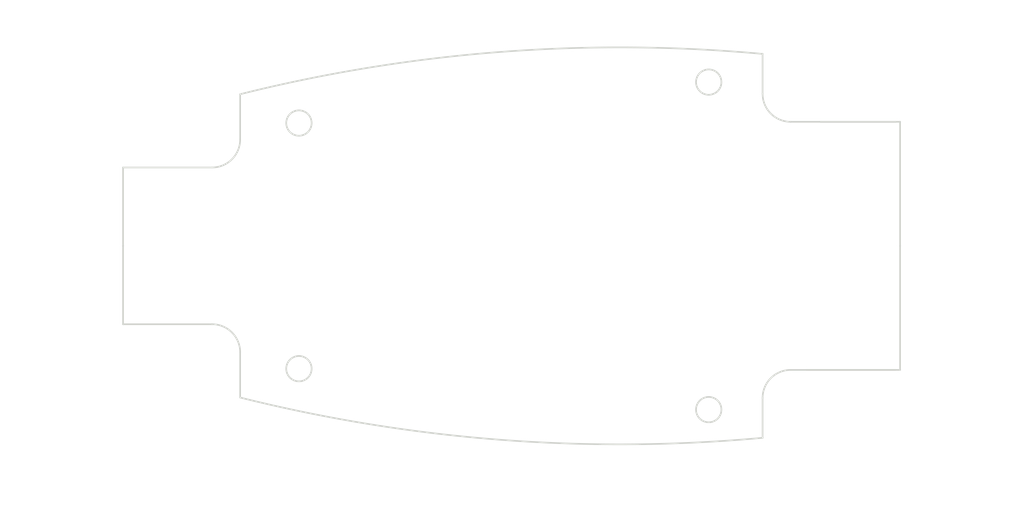
<source format=kicad_pcb>
(kicad_pcb (version 20171130) (host pcbnew "(5.1.0)-1")

  (general
    (thickness 1.6)
    (drawings 128)
    (tracks 0)
    (zones 0)
    (modules 0)
    (nets 1)
  )

  (page A4)
  (layers
    (0 F.Cu signal)
    (31 B.Cu signal)
    (32 B.Adhes user)
    (33 F.Adhes user)
    (34 B.Paste user)
    (35 F.Paste user)
    (36 B.SilkS user)
    (37 F.SilkS user)
    (38 B.Mask user)
    (39 F.Mask user)
    (40 Dwgs.User user)
    (41 Cmts.User user)
    (42 Eco1.User user)
    (43 Eco2.User user)
    (44 Edge.Cuts user)
    (45 Margin user)
    (46 B.CrtYd user)
    (47 F.CrtYd user)
    (48 B.Fab user)
    (49 F.Fab user)
  )

  (setup
    (last_trace_width 0.25)
    (trace_clearance 0.2)
    (zone_clearance 0.508)
    (zone_45_only no)
    (trace_min 0.2)
    (via_size 0.8)
    (via_drill 0.4)
    (via_min_size 0.4)
    (via_min_drill 0.3)
    (uvia_size 0.3)
    (uvia_drill 0.1)
    (uvias_allowed no)
    (uvia_min_size 0.2)
    (uvia_min_drill 0.1)
    (edge_width 0.05)
    (segment_width 0.2)
    (pcb_text_width 0.3)
    (pcb_text_size 1.5 1.5)
    (mod_edge_width 0.12)
    (mod_text_size 1 1)
    (mod_text_width 0.15)
    (pad_size 1.524 1.524)
    (pad_drill 0.762)
    (pad_to_mask_clearance 0.051)
    (solder_mask_min_width 0.25)
    (aux_axis_origin 0 0)
    (visible_elements FFFFEF7F)
    (pcbplotparams
      (layerselection 0x010fc_ffffffff)
      (usegerberextensions false)
      (usegerberattributes false)
      (usegerberadvancedattributes false)
      (creategerberjobfile false)
      (excludeedgelayer true)
      (linewidth 0.152400)
      (plotframeref false)
      (viasonmask false)
      (mode 1)
      (useauxorigin false)
      (hpglpennumber 1)
      (hpglpenspeed 20)
      (hpglpendiameter 15.000000)
      (psnegative false)
      (psa4output false)
      (plotreference true)
      (plotvalue true)
      (plotinvisibletext false)
      (padsonsilk false)
      (subtractmaskfromsilk false)
      (outputformat 1)
      (mirror false)
      (drillshape 1)
      (scaleselection 1)
      (outputdirectory ""))
  )

  (net 0 "")

  (net_class Default "This is the default net class."
    (clearance 0.2)
    (trace_width 0.25)
    (via_dia 0.8)
    (via_drill 0.4)
    (uvia_dia 0.3)
    (uvia_drill 0.1)
  )

  (gr_line (start 181.783767 76.385743) (end 181.783767 79.985743) (layer Dwgs.User) (width 0.2))
  (gr_line (start 183.583767 78.185743) (end 179.983767 78.185743) (layer Dwgs.User) (width 0.2))
  (gr_line (start 181.783567 116.385743) (end 181.783567 119.985743) (layer Dwgs.User) (width 0.2))
  (gr_line (start 183.583567 118.185743) (end 179.983567 118.185743) (layer Dwgs.User) (width 0.2))
  (gr_line (start 131.783592 111.385494) (end 131.783592 114.985494) (layer Dwgs.User) (width 0.2))
  (gr_line (start 133.583592 113.185494) (end 129.983592 113.185494) (layer Dwgs.User) (width 0.2))
  (gr_line (start 131.783742 81.385494) (end 131.783742 84.985494) (layer Dwgs.User) (width 0.2))
  (gr_line (start 133.583742 83.185494) (end 129.983742 83.185494) (layer Dwgs.User) (width 0.2))
  (gr_line (start 206.591718 98.185562) (end 108.522746 98.185318) (layer Dwgs.User) (width 0.2))
  (gr_text [.84] (at 121.053026 93.172489) (layer Dwgs.User)
    (effects (font (size 1 0.9) (thickness 0.125)))
  )
  (gr_text " 21.46" (at 121.053026 91.221056) (layer Dwgs.User)
    (effects (font (size 1 0.9) (thickness 0.125)))
  )
  (gr_line (start 130.783742 92.131629) (end 123.362985 92.131629) (layer Dwgs.User) (width 0.2))
  (gr_line (start 111.322372 92.131629) (end 118.743067 92.131629) (layer Dwgs.User) (width 0.2))
  (gr_line (start 131.783742 83.685494) (end 131.783742 93.719129) (layer Dwgs.User) (width 0.2))
  (gr_text [.92] (at 193.457951 110.736755) (layer Dwgs.User)
    (effects (font (size 1 0.9) (thickness 0.125)))
  )
  (gr_text " 23.35" (at 193.457951 108.784981) (layer Dwgs.User)
    (effects (font (size 1 0.9) (thickness 0.125)))
  )
  (gr_line (start 182.783567 109.695895) (end 191.143899 109.695895) (layer Dwgs.User) (width 0.2))
  (gr_line (start 204.132334 109.695895) (end 195.772002 109.695895) (layer Dwgs.User) (width 0.2))
  (gr_line (start 181.783567 117.685743) (end 181.783567 108.108395) (layer Dwgs.User) (width 0.2))
  (gr_text [1.85] (at 217.89849 99.226376) (layer Dwgs.User)
    (effects (font (size 1 0.9) (thickness 0.125)))
  )
  (gr_text " 46.89" (at 217.89849 97.274944) (layer Dwgs.User)
    (effects (font (size 1 0.9) (thickness 0.125)))
  )
  (gr_line (start 217.89849 120.630176) (end 217.89849 100.136949) (layer Dwgs.User) (width 0.2))
  (gr_line (start 217.89849 75.740857) (end 217.89849 96.234084) (layer Dwgs.User) (width 0.2))
  (gr_line (start 188.854667 121.630176) (end 219.48599 121.630176) (layer Dwgs.User) (width 0.2))
  (gr_line (start 188.854784 74.740857) (end 219.48599 74.740857) (layer Dwgs.User) (width 0.2))
  (gr_text [1.46] (at 97.677473 99.226218) (layer Dwgs.User)
    (effects (font (size 1 0.9) (thickness 0.125)))
  )
  (gr_text " 37.05" (at 97.677473 97.274444) (layer Dwgs.User)
    (effects (font (size 1 0.9) (thickness 0.125)))
  )
  (gr_line (start 97.677473 115.708054) (end 97.677473 100.137132) (layer Dwgs.User) (width 0.2))
  (gr_line (start 97.677473 80.662662) (end 97.677473 96.233585) (layer Dwgs.User) (width 0.2))
  (gr_line (start 124.112964 116.708054) (end 96.089973 116.708054) (layer Dwgs.User) (width 0.2))
  (gr_line (start 124.113057 79.662662) (end 96.089973 79.662662) (layer Dwgs.User) (width 0.2))
  (gr_text [1.97] (at 159.339607 126.202361) (layer Dwgs.User)
    (effects (font (size 1 0.9) (thickness 0.125)))
  )
  (gr_text " 50.00" (at 159.339607 124.250928) (layer Dwgs.User)
    (effects (font (size 1 0.9) (thickness 0.125)))
  )
  (gr_line (start 180.783567 125.161501) (end 161.648202 125.161501) (layer Dwgs.User) (width 0.2))
  (gr_line (start 132.783592 125.161501) (end 157.031013 125.161501) (layer Dwgs.User) (width 0.2))
  (gr_line (start 181.783567 118.685743) (end 181.783567 126.749001) (layer Dwgs.User) (width 0.2))
  (gr_line (start 131.783592 113.685494) (end 131.783592 126.749001) (layer Dwgs.User) (width 0.2))
  (gr_text [1.57] (at 177.632526 108.85544) (layer Dwgs.User)
    (effects (font (size 1 0.9) (thickness 0.125)))
  )
  (gr_text " 40.00" (at 177.632526 106.904007) (layer Dwgs.User)
    (effects (font (size 1 0.9) (thickness 0.125)))
  )
  (gr_line (start 177.632526 117.185743) (end 177.632526 109.766013) (layer Dwgs.User) (width 0.2))
  (gr_line (start 177.632526 79.185743) (end 177.632526 105.863148) (layer Dwgs.User) (width 0.2))
  (gr_line (start 181.283567 118.185743) (end 176.045026 118.185743) (layer Dwgs.User) (width 0.2))
  (gr_line (start 181.283767 78.185743) (end 176.045026 78.185743) (layer Dwgs.User) (width 0.2))
  (gr_text [1.18] (at 141.866196 105.509557) (layer Dwgs.User)
    (effects (font (size 1 0.9) (thickness 0.125)))
  )
  (gr_text " 30.00" (at 141.866196 103.557784) (layer Dwgs.User)
    (effects (font (size 1 0.9) (thickness 0.125)))
  )
  (gr_line (start 141.866196 112.185494) (end 141.866196 106.420471) (layer Dwgs.User) (width 0.2))
  (gr_line (start 141.866196 84.185494) (end 141.866196 102.516924) (layer Dwgs.User) (width 0.2))
  (gr_line (start 132.283592 113.185494) (end 143.453696 113.185494) (layer Dwgs.User) (width 0.2))
  (gr_line (start 132.283742 83.185494) (end 143.453696 83.185494) (layer Dwgs.User) (width 0.2))
  (gr_text [.33] (at 195.27143 118.5243) (layer Dwgs.User)
    (effects (font (size 1 0.9) (thickness 0.125)))
  )
  (gr_text " 8.29" (at 195.27143 116.572867) (layer Dwgs.User)
    (effects (font (size 1 0.9) (thickness 0.125)))
  )
  (gr_line (start 195.27143 114.336704) (end 195.27143 115.532008) (layer Dwgs.User) (width 0.2))
  (gr_line (start 195.27143 120.630176) (end 195.27143 119.434873) (layer Dwgs.User) (width 0.2))
  (gr_line (start 188.854667 121.630176) (end 196.85893 121.630176) (layer Dwgs.User) (width 0.2))
  (gr_text [2.51] (at 152.386026 128.872939) (layer Dwgs.User)
    (effects (font (size 1 0.9) (thickness 0.125)))
  )
  (gr_text " 63.74" (at 152.386026 126.921165) (layer Dwgs.User)
    (effects (font (size 1 0.9) (thickness 0.125)))
  )
  (gr_line (start 125.612964 127.832079) (end 150.077772 127.832079) (layer Dwgs.User) (width 0.2))
  (gr_line (start 187.354667 127.832079) (end 154.69428 127.832079) (layer Dwgs.User) (width 0.2))
  (gr_line (start 124.612964 117.208054) (end 124.612964 129.419579) (layer Dwgs.User) (width 0.2))
  (gr_line (start 188.354667 122.130176) (end 188.354667 129.419579) (layer Dwgs.User) (width 0.2))
  (gr_text [.66] (at 196.546759 128.896634) (layer Dwgs.User)
    (effects (font (size 1 0.9) (thickness 0.125)))
  )
  (gr_text " 16.78" (at 196.546759 126.945201) (layer Dwgs.User)
    (effects (font (size 1 0.9) (thickness 0.125)))
  )
  (gr_line (start 204.132334 127.855774) (end 198.858082 127.855774) (layer Dwgs.User) (width 0.2))
  (gr_line (start 189.354667 127.855774) (end 194.235435 127.855774) (layer Dwgs.User) (width 0.2))
  (gr_line (start 205.132334 113.836704) (end 205.132334 129.443274) (layer Dwgs.User) (width 0.2))
  (gr_line (start 188.354667 122.130176) (end 188.354667 129.443274) (layer Dwgs.User) (width 0.2))
  (gr_text [3.73] (at 158.734948 131.377563) (layer Dwgs.User)
    (effects (font (size 1 0.9) (thickness 0.125)))
  )
  (gr_text " 94.81" (at 158.734948 129.426131) (layer Dwgs.User)
    (effects (font (size 1 0.9) (thickness 0.125)))
  )
  (gr_line (start 111.322324 130.336704) (end 156.521169 130.336704) (layer Dwgs.User) (width 0.2))
  (gr_line (start 204.132334 130.336704) (end 160.948727 130.336704) (layer Dwgs.User) (width 0.2))
  (gr_line (start 110.322324 108.256258) (end 110.322324 131.924204) (layer Dwgs.User) (width 0.2))
  (gr_line (start 205.132334 113.836704) (end 205.132334 131.924204) (layer Dwgs.User) (width 0.2))
  (gr_text [R0.14] (at 115.57589 85.725768) (layer Dwgs.User)
    (effects (font (size 1 0.9) (thickness 0.125)))
  )
  (gr_text " TYP R3.43" (at 115.57589 83.773995) (layer Dwgs.User)
    (effects (font (size 1 0.9) (thickness 0.125)))
  )
  (gr_line (start 120.554676 84.684909) (end 123.0851 86.697384) (layer Dwgs.User) (width 0.2))
  (gr_line (start 119.554676 84.684909) (end 120.554676 84.684909) (layer Dwgs.User) (width 0.2))
  (gr_text [1.35] (at 188.037076 70.913909) (layer Dwgs.User)
    (effects (font (size 1 0.9) (thickness 0.125)))
  )
  (gr_text " 34.19" (at 188.037076 68.962136) (layer Dwgs.User)
    (effects (font (size 1 0.9) (thickness 0.125)))
  )
  (gr_line (start 171.941743 69.87305) (end 185.725753 69.87305) (layer Dwgs.User) (width 0.2))
  (gr_line (start 204.132409 69.87305) (end 190.348399 69.87305) (layer Dwgs.User) (width 0.2))
  (gr_line (start 170.941743 73.443351) (end 170.941743 68.28555) (layer Dwgs.User) (width 0.2))
  (gr_line (start 205.132409 82.534414) (end 205.132409 68.28555) (layer Dwgs.User) (width 0.2))
  (gr_text [1.19] (at 212.903593 99.997345) (layer Dwgs.User)
    (effects (font (size 1 0.9) (thickness 0.125)))
  )
  (gr_text " 30.30" (at 212.903593 98.045571) (layer Dwgs.User)
    (effects (font (size 1 0.9) (thickness 0.125)))
  )
  (gr_line (start 212.903593 112.336704) (end 212.903593 100.908259) (layer Dwgs.User) (width 0.2))
  (gr_line (start 212.903593 84.034381) (end 212.903593 97.004712) (layer Dwgs.User) (width 0.2))
  (gr_line (start 205.632334 113.336704) (end 214.491093 113.336704) (layer Dwgs.User) (width 0.2))
  (gr_line (start 205.632409 83.034381) (end 214.491093 83.034381) (layer Dwgs.User) (width 0.2))
  (gr_text [R7.50] (at 135.23306 71.691638) (layer Dwgs.User)
    (effects (font (size 1 0.9) (thickness 0.125)))
  )
  (gr_text " R190.50" (at 135.23306 69.740205) (layer Dwgs.User)
    (effects (font (size 1 0.9) (thickness 0.125)))
  )
  (gr_line (start 142.013548 70.650778) (end 142.66903 75.041915) (layer Dwgs.User) (width 0.2))
  (gr_line (start 138.434561 70.650778) (end 142.013548 70.650778) (layer Dwgs.User) (width 0.2))
  (gr_text [.36] (at 197.012644 78.859384) (layer Dwgs.User)
    (effects (font (size 1 0.9) (thickness 0.125)))
  )
  (gr_text " 9.09" (at 197.012644 76.907952) (layer Dwgs.User)
    (effects (font (size 1 0.9) (thickness 0.125)))
  )
  (gr_line (start 197.012644 82.034414) (end 197.012644 79.769957) (layer Dwgs.User) (width 0.2))
  (gr_line (start 197.012644 74.943351) (end 197.012644 75.867092) (layer Dwgs.User) (width 0.2))
  (gr_line (start 204.632409 83.034414) (end 195.425144 83.034414) (layer Dwgs.User) (width 0.2))
  (gr_line (start 171.441743 73.943351) (end 198.600144 73.943351) (layer Dwgs.User) (width 0.2))
  (gr_text [.75] (at 105.322324 100.594957) (layer Dwgs.User)
    (effects (font (size 1 0.9) (thickness 0.125)))
  )
  (gr_text " 19.14" (at 105.322324 98.645571) (layer Dwgs.User)
    (effects (font (size 1 0.9) (thickness 0.125)))
  )
  (gr_line (start 105.322324 106.756258) (end 105.322324 101.50553) (layer Dwgs.User) (width 0.2))
  (gr_line (start 105.322324 89.614387) (end 105.322324 97.606757) (layer Dwgs.User) (width 0.2))
  (gr_line (start 109.822324 107.756258) (end 103.734824 107.756258) (layer Dwgs.User) (width 0.2))
  (gr_line (start 109.822372 88.614387) (end 103.734824 88.614387) (layer Dwgs.User) (width 0.2))
  (gr_line (start 188.354784 74.740857) (end 188.35476 79.60533) (layer Edge.Cuts) (width 0.2))
  (gr_arc (start 170.941743 264.44335) (end 188.354784 74.740857) (angle -19.3197591) (layer Edge.Cuts) (width 0.2))
  (gr_line (start 124.613029 85.185458) (end 124.613057 79.662662) (layer Edge.Cuts) (width 0.2))
  (gr_arc (start 121.184029 85.185441) (end 121.184012 88.614441) (angle -90) (layer Edge.Cuts) (width 0.2))
  (gr_line (start 110.322372 88.614387) (end 121.184012 88.614441) (layer Edge.Cuts) (width 0.2))
  (gr_line (start 110.322324 98.185323) (end 110.322372 88.614387) (layer Edge.Cuts) (width 0.2))
  (gr_line (start 110.322324 107.756258) (end 110.322324 98.185323) (layer Edge.Cuts) (width 0.2))
  (gr_line (start 121.183964 107.756258) (end 110.322324 107.756258) (layer Edge.Cuts) (width 0.2))
  (gr_arc (start 121.183964 111.185258) (end 124.612964 111.185258) (angle -90) (layer Edge.Cuts) (width 0.2))
  (gr_line (start 124.612964 116.708054) (end 124.612964 111.185258) (layer Edge.Cuts) (width 0.2))
  (gr_arc (start 170.942571 -68.072404) (end 124.612964 116.708054) (angle -19.3197591) (layer Edge.Cuts) (width 0.2))
  (gr_line (start 188.354667 116.765704) (end 188.354667 121.630176) (layer Edge.Cuts) (width 0.2))
  (gr_arc (start 191.783667 116.765704) (end 191.783667 113.336704) (angle -90) (layer Edge.Cuts) (width 0.2))
  (gr_line (start 205.132334 113.336704) (end 191.783667 113.336704) (layer Edge.Cuts) (width 0.2))
  (gr_line (start 205.132334 98.185559) (end 205.132334 113.336704) (layer Edge.Cuts) (width 0.2))
  (gr_line (start 205.132409 83.034414) (end 205.132334 98.185559) (layer Edge.Cuts) (width 0.2))
  (gr_line (start 191.783742 83.034347) (end 205.132409 83.034414) (layer Edge.Cuts) (width 0.2))
  (gr_arc (start 191.78376 79.605347) (end 188.35476 79.60533) (angle -90) (layer Edge.Cuts) (width 0.2))
  (gr_circle (center 181.783767 78.185743) (end 183.333767 78.185743) (layer Edge.Cuts) (width 0.2))
  (gr_circle (center 131.783742 83.185494) (end 133.333742 83.185494) (layer Edge.Cuts) (width 0.2))
  (gr_circle (center 131.783592 113.185494) (end 133.333592 113.185494) (layer Edge.Cuts) (width 0.2))
  (gr_circle (center 181.783567 118.185743) (end 183.333567 118.185743) (layer Edge.Cuts) (width 0.2))
  (gr_line (start 204.632334 113.336704) (end 193.68393 113.336704) (layer Edge.Cuts) (width 0.2))
  (gr_line (start 204.632409 83.034414) (end 195.425144 83.034414) (layer Edge.Cuts) (width 0.2))

)

</source>
